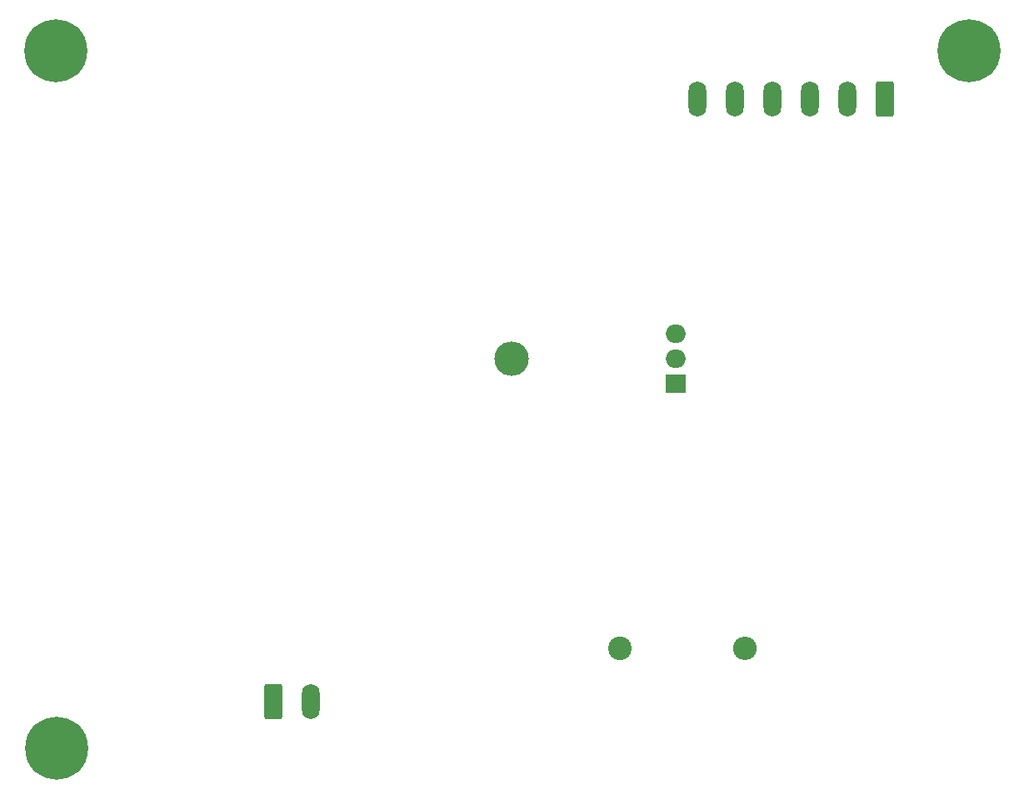
<source format=gbr>
%TF.GenerationSoftware,KiCad,Pcbnew,8.0.4*%
%TF.CreationDate,2024-10-07T12:15:03+07:00*%
%TF.ProjectId,BATTERY_CONVERTER,42415454-4552-4595-9f43-4f4e56455254,rev?*%
%TF.SameCoordinates,Original*%
%TF.FileFunction,Soldermask,Bot*%
%TF.FilePolarity,Negative*%
%FSLAX46Y46*%
G04 Gerber Fmt 4.6, Leading zero omitted, Abs format (unit mm)*
G04 Created by KiCad (PCBNEW 8.0.4) date 2024-10-07 12:15:03*
%MOMM*%
%LPD*%
G01*
G04 APERTURE LIST*
G04 Aperture macros list*
%AMRoundRect*
0 Rectangle with rounded corners*
0 $1 Rounding radius*
0 $2 $3 $4 $5 $6 $7 $8 $9 X,Y pos of 4 corners*
0 Add a 4 corners polygon primitive as box body*
4,1,4,$2,$3,$4,$5,$6,$7,$8,$9,$2,$3,0*
0 Add four circle primitives for the rounded corners*
1,1,$1+$1,$2,$3*
1,1,$1+$1,$4,$5*
1,1,$1+$1,$6,$7*
1,1,$1+$1,$8,$9*
0 Add four rect primitives between the rounded corners*
20,1,$1+$1,$2,$3,$4,$5,0*
20,1,$1+$1,$4,$5,$6,$7,0*
20,1,$1+$1,$6,$7,$8,$9,0*
20,1,$1+$1,$8,$9,$2,$3,0*%
G04 Aperture macros list end*
%ADD10C,0.800000*%
%ADD11C,6.400000*%
%ADD12C,2.400000*%
%ADD13O,2.400000X2.400000*%
%ADD14O,3.500000X3.500000*%
%ADD15R,2.000000X1.905000*%
%ADD16O,2.000000X1.905000*%
%ADD17RoundRect,0.250000X0.650000X1.550000X-0.650000X1.550000X-0.650000X-1.550000X0.650000X-1.550000X0*%
%ADD18O,1.800000X3.600000*%
%ADD19RoundRect,0.250000X-0.650000X-1.550000X0.650000X-1.550000X0.650000X1.550000X-0.650000X1.550000X0*%
G04 APERTURE END LIST*
D10*
%TO.C,H1*%
X40248200Y-51287344D03*
X40951144Y-49590288D03*
X40951144Y-52984400D03*
X42648200Y-48887344D03*
D11*
X42648200Y-51287344D03*
D10*
X42648200Y-53687344D03*
X44345256Y-49590288D03*
X44345256Y-52984400D03*
X45048200Y-51287344D03*
%TD*%
D12*
%TO.C,R3*%
X99954556Y-112105244D03*
D13*
X112654556Y-112105244D03*
%TD*%
D14*
%TO.C,U5*%
X88946056Y-82630944D03*
D15*
X105606056Y-85170944D03*
D16*
X105606056Y-82630944D03*
X105606056Y-80090944D03*
%TD*%
D17*
%TO.C,J2*%
X126899056Y-56251844D03*
D18*
X123089056Y-56251844D03*
X119279056Y-56251844D03*
X115469056Y-56251844D03*
X111659056Y-56251844D03*
X107849056Y-56251844D03*
%TD*%
D19*
%TO.C,J1*%
X64765256Y-117505144D03*
D18*
X68575256Y-117505144D03*
%TD*%
D10*
%TO.C,H2*%
X40348200Y-122287344D03*
X41051144Y-120590288D03*
X41051144Y-123984400D03*
X42748200Y-119887344D03*
D11*
X42748200Y-122287344D03*
D10*
X42748200Y-124687344D03*
X44445256Y-120590288D03*
X44445256Y-123984400D03*
X45148200Y-122287344D03*
%TD*%
%TO.C,H3*%
X133002656Y-51287344D03*
X133705600Y-49590288D03*
X133705600Y-52984400D03*
X135402656Y-48887344D03*
D11*
X135402656Y-51287344D03*
D10*
X135402656Y-53687344D03*
X137099712Y-49590288D03*
X137099712Y-52984400D03*
X137802656Y-51287344D03*
%TD*%
M02*

</source>
